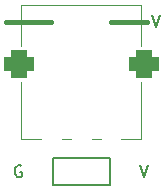
<source format=gbr>
%TF.GenerationSoftware,KiCad,Pcbnew,(6.0.2-0)*%
%TF.CreationDate,2022-02-21T13:31:26+09:00*%
%TF.ProjectId,PodForBreadboard,506f6446-6f72-4427-9265-6164626f6172,rev?*%
%TF.SameCoordinates,Original*%
%TF.FileFunction,Legend,Top*%
%TF.FilePolarity,Positive*%
%FSLAX46Y46*%
G04 Gerber Fmt 4.6, Leading zero omitted, Abs format (unit mm)*
G04 Created by KiCad (PCBNEW (6.0.2-0)) date 2022-02-21 13:31:26*
%MOMM*%
%LPD*%
G01*
G04 APERTURE LIST*
G04 Aperture macros list*
%AMRoundRect*
0 Rectangle with rounded corners*
0 $1 Rounding radius*
0 $2 $3 $4 $5 $6 $7 $8 $9 X,Y pos of 4 corners*
0 Add a 4 corners polygon primitive as box body*
4,1,4,$2,$3,$4,$5,$6,$7,$8,$9,$2,$3,0*
0 Add four circle primitives for the rounded corners*
1,1,$1+$1,$2,$3*
1,1,$1+$1,$4,$5*
1,1,$1+$1,$6,$7*
1,1,$1+$1,$8,$9*
0 Add four rect primitives between the rounded corners*
20,1,$1+$1,$2,$3,$4,$5,0*
20,1,$1+$1,$4,$5,$6,$7,0*
20,1,$1+$1,$6,$7,$8,$9,0*
20,1,$1+$1,$8,$9,$2,$3,0*%
G04 Aperture macros list end*
%ADD10C,0.400000*%
%ADD11C,0.200000*%
%ADD12C,0.150000*%
%ADD13C,0.120000*%
%ADD14RoundRect,0.600000X0.650000X-0.600000X0.650000X0.600000X-0.650000X0.600000X-0.650000X-0.600000X0*%
%ADD15C,1.400000*%
%ADD16R,1.700000X1.700000*%
%ADD17O,1.700000X1.700000*%
G04 APERTURE END LIST*
D10*
X110490000Y-57150000D02*
X113538000Y-57150000D01*
X101600000Y-57150000D02*
X105410000Y-57150000D01*
D11*
X105537000Y-68707000D02*
X110363000Y-68707000D01*
X110363000Y-68707000D02*
X110363000Y-70993000D01*
X110363000Y-70993000D02*
X105537000Y-70993000D01*
X105537000Y-70993000D02*
X105537000Y-68707000D01*
D12*
X112950666Y-69302380D02*
X113284000Y-70302380D01*
X113617333Y-69302380D01*
X113966666Y-56602380D02*
X114300000Y-57602380D01*
X114633333Y-56602380D01*
X102877904Y-69350000D02*
X102782666Y-69302380D01*
X102639809Y-69302380D01*
X102496952Y-69350000D01*
X102401714Y-69445238D01*
X102354095Y-69540476D01*
X102306476Y-69730952D01*
X102306476Y-69873809D01*
X102354095Y-70064285D01*
X102401714Y-70159523D01*
X102496952Y-70254761D01*
X102639809Y-70302380D01*
X102735047Y-70302380D01*
X102877904Y-70254761D01*
X102925523Y-70207142D01*
X102925523Y-69873809D01*
X102735047Y-69873809D01*
D13*
%TO.C,RV1*%
X113030000Y-59182000D02*
X113030000Y-55736000D01*
X102870000Y-59182000D02*
X102870000Y-55736000D01*
X113030000Y-67056000D02*
X113030000Y-62230000D01*
X111320000Y-67056000D02*
X113030000Y-67056000D01*
X102870000Y-55736000D02*
X113030000Y-55736000D01*
X102870000Y-67056000D02*
X104579000Y-67056000D01*
X106321000Y-67056000D02*
X107080000Y-67056000D01*
X108821000Y-67056000D02*
X109580000Y-67056000D01*
X102870000Y-67056000D02*
X102870000Y-62230000D01*
%TD*%
%LPC*%
D14*
%TO.C,RV1*%
X102650000Y-60706000D03*
X113250000Y-60706000D03*
D15*
X105450000Y-67706000D03*
X107950000Y-67706000D03*
X110450000Y-67706000D03*
%TD*%
D16*
%TO.C,J1*%
X106675000Y-57145000D03*
D17*
X106675000Y-59685000D03*
X109215000Y-57145000D03*
X109215000Y-59685000D03*
%TD*%
D16*
%TO.C,J2*%
X104140000Y-69850000D03*
D17*
X106680000Y-69850000D03*
X109220000Y-69850000D03*
X111760000Y-69850000D03*
%TD*%
M02*

</source>
